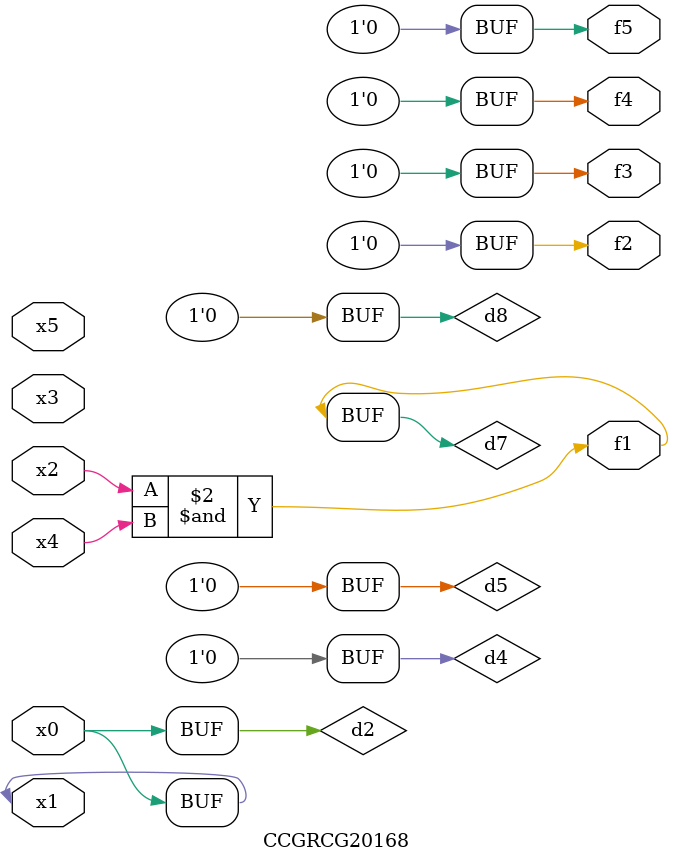
<source format=v>
module CCGRCG20168(
	input x0, x1, x2, x3, x4, x5,
	output f1, f2, f3, f4, f5
);

	wire d1, d2, d3, d4, d5, d6, d7, d8, d9;

	nand (d1, x1);
	buf (d2, x0, x1);
	nand (d3, x2, x4);
	and (d4, d1, d2);
	and (d5, d1, d2);
	nand (d6, d1, d3);
	not (d7, d3);
	xor (d8, d5);
	nor (d9, d5, d6);
	assign f1 = d7;
	assign f2 = d8;
	assign f3 = d8;
	assign f4 = d8;
	assign f5 = d8;
endmodule

</source>
